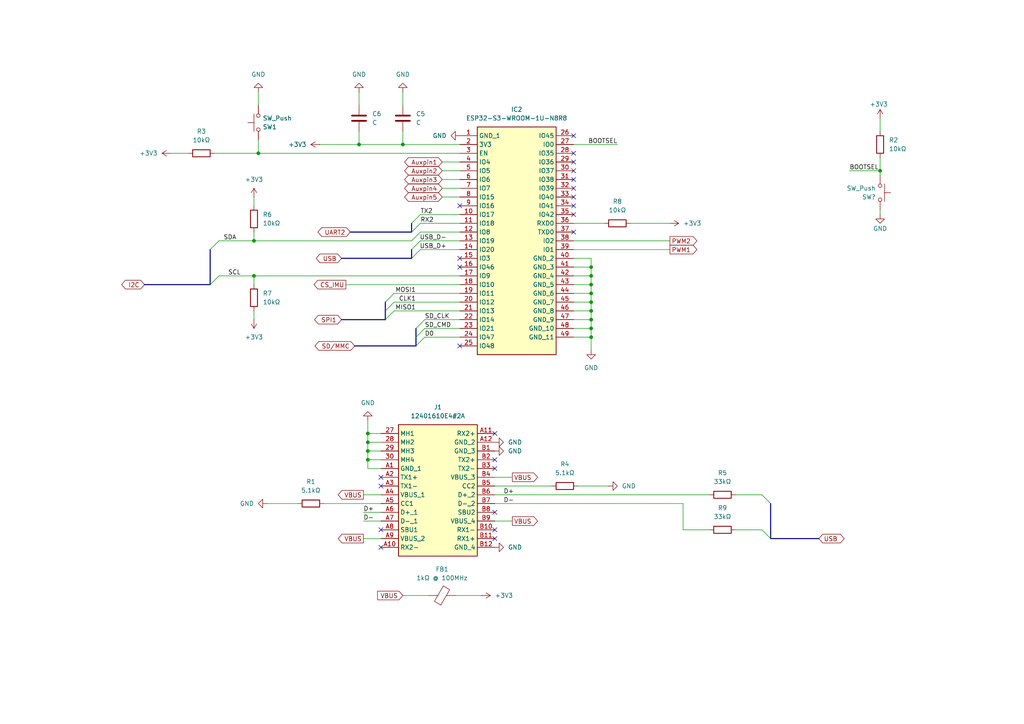
<source format=kicad_sch>
(kicad_sch (version 20250114) (generator "eeschema") (generator_version "9.0")
  (paper "A4")
  (lib_symbols
    (symbol "12401610E4#2A:12401610E4#2A"
      (property "Reference" "J" (at 29.21 7.62 0))
      (property "Value" "12401610E4#2A" (at 29.21 5.08 0))
      (symbol "12401610E4#2A_1_1"
        (rectangle (start 5.08 2.54) (end 27.94 -35.56) (stroke (width 0.254)) (fill (type background)))
        (pin passive line (at 0 0 0) (length 5.08) (name "MH1") (number "27"))
        (pin passive line (at 0 -2.54 0) (length 5.08) (name "MH2") (number "28"))
        (pin passive line (at 0 -5.08 0) (length 5.08) (name "MH3") (number "29"))
        (pin passive line (at 0 -7.62 0) (length 5.08) (name "MH4") (number "30"))
        (pin passive line (at 0 -10.16 0) (length 5.08) (name "GND_1") (number "A1"))
        (pin passive line (at 0 -12.7 0) (length 5.08) (name "TX1+") (number "A2"))
        (pin passive line (at 0 -15.24 0) (length 5.08) (name "TX1-") (number "A3"))
        (pin passive line (at 0 -17.78 0) (length 5.08) (name "VBUS_1") (number "A4"))
        (pin passive line (at 0 -20.32 0) (length 5.08) (name "CC1") (number "A5"))
        (pin passive line (at 0 -22.86 0) (length 5.08) (name "D+_1") (number "A6"))
        (pin passive line (at 0 -25.4 0) (length 5.08) (name "D-_1") (number "A7"))
        (pin passive line (at 0 -27.94 0) (length 5.08) (name "SBU1") (number "A8"))
        (pin passive line (at 0 -30.48 0) (length 5.08) (name "VBUS_2") (number "A9"))
        (pin passive line (at 0 -33.02 0) (length 5.08) (name "RX2-") (number "A10"))
        (pin passive line (at 33.02 0 180) (length 5.08) (name "RX2+") (number "A11"))
        (pin passive line (at 33.02 -2.54 180) (length 5.08) (name "GND_2") (number "A12"))
        (pin passive line (at 33.02 -5.08 180) (length 5.08) (name "GND_3") (number "B1"))
        (pin passive line (at 33.02 -7.62 180) (length 5.08) (name "TX2+") (number "B2"))
        (pin passive line (at 33.02 -10.16 180) (length 5.08) (name "TX2-") (number "B3"))
        (pin passive line (at 33.02 -12.7 180) (length 5.08) (name "VBUS_3") (number "B4"))
        (pin passive line (at 33.02 -15.24 180) (length 5.08) (name "CC2") (number "B5"))
        (pin passive line (at 33.02 -17.78 180) (length 5.08) (name "D+_2") (number "B6"))
        (pin passive line (at 33.02 -20.32 180) (length 5.08) (name "D-_2") (number "B7"))
        (pin passive line (at 33.02 -22.86 180) (length 5.08) (name "SBU2") (number "B8"))
        (pin passive line (at 33.02 -25.4 180) (length 5.08) (name "VBUS_4") (number "B9"))
        (pin passive line (at 33.02 -27.94 180) (length 5.08) (name "RX1-") (number "B10"))
        (pin passive line (at 33.02 -30.48 180) (length 5.08) (name "RX1+") (number "B11"))
        (pin passive line (at 33.02 -33.02 180) (length 5.08) (name "GND_4") (number "B12"))
      )
    )
    (symbol "Device:C" (pin_numbers (hide yes)) (pin_names (offset 0.254))
      (property "Reference" "C" (at 0.635 2.54 0))
      (property "Value" "C" (at 0.635 -2.54 0))
      (symbol "C_0_1"
        (polyline (pts (xy -2.032 0.762) (xy 2.032 0.762)) (stroke (width 0.508)))
        (polyline (pts (xy -2.032 -0.762) (xy 2.032 -0.762)) (stroke (width 0.508)))
      )
      (symbol "C_1_1"
        (pin passive line (at 0 3.81 270) (length 2.794) (name "~") (number "1"))
        (pin passive line (at 0 -3.81 90) (length 2.794) (name "~") (number "2"))
      )
    )
    (symbol "Device:FerriteBead" (pin_numbers (hide yes)) (pin_names (offset 0))
      (property "Reference" "FB" (at -3.81 0.635 90))
      (property "Value" "FerriteBead" (at 3.81 0 90))
      (symbol "FerriteBead_0_1"
        (polyline (pts (xy -2.7686 0.4064) (xy -1.7018 2.2606) (xy 2.7686 -0.3048) (xy 1.6764 -2.159) (xy -2.7686 0.4064)))
        (polyline (pts (xy 0 1.27) (xy 0 1.2954)))
        (polyline (pts (xy 0 -1.27) (xy 0 -1.2192)))
      )
      (symbol "FerriteBead_1_1"
        (pin passive line (at 0 3.81 270) (length 2.54) (name "~") (number "1"))
        (pin passive line (at 0 -3.81 90) (length 2.54) (name "~") (number "2"))
      )
    )
    (symbol "Device:R" (pin_numbers (hide yes)) (pin_names (offset 0))
      (property "Reference" "R" (at 2.032 0 90))
      (property "Value" "R" (at 0 0 90))
      (symbol "R_0_1"
        (rectangle (start -1.016 -2.54) (end 1.016 2.54) (stroke (width 0.254)))
      )
      (symbol "R_1_1"
        (pin passive line (at 0 3.81 270) (length 1.27) (name "~") (number "1"))
        (pin passive line (at 0 -3.81 90) (length 1.27) (name "~") (number "2"))
      )
    )
    (symbol "ESP32-S3-WROOM-1U-N8R8:ESP32-S3-WROOM-1U-N8R8"
      (property "Reference" "IC" (at 29.21 7.62 0))
      (property "Value" "ESP32-S3-WROOM-1U-N8R8" (at 29.21 5.08 0))
      (symbol "ESP32-S3-WROOM-1U-N8R8_1_1"
        (rectangle (start 5.08 2.54) (end 27.94 -63.5) (stroke (width 0.254)) (fill (type background)))
        (pin passive line (at 0 0 0) (length 5.08) (name "GND_1") (number "1"))
        (pin passive line (at 0 -2.54 0) (length 5.08) (name "3V3") (number "2"))
        (pin passive line (at 0 -5.08 0) (length 5.08) (name "EN") (number "3"))
        (pin passive line (at 0 -7.62 0) (length 5.08) (name "IO4") (number "4"))
        (pin passive line (at 0 -10.16 0) (length 5.08) (name "IO5") (number "5"))
        (pin passive line (at 0 -12.7 0) (length 5.08) (name "IO6") (number "6"))
        (pin passive line (at 0 -15.24 0) (length 5.08) (name "IO7") (number "7"))
        (pin passive line (at 0 -17.78 0) (length 5.08) (name "IO15") (number "8"))
        (pin passive line (at 0 -20.32 0) (length 5.08) (name "IO16") (number "9"))
        (pin passive line (at 0 -22.86 0) (length 5.08) (name "IO17") (number "10"))
        (pin passive line (at 0 -25.4 0) (length 5.08) (name "IO18") (number "11"))
        (pin passive line (at 0 -27.94 0) (length 5.08) (name "IO8") (number "12"))
        (pin passive line (at 0 -30.48 0) (length 5.08) (name "IO19") (number "13"))
        (pin passive line (at 0 -33.02 0) (length 5.08) (name "IO20") (number "14"))
        (pin passive line (at 0 -35.56 0) (length 5.08) (name "IO3") (number "15"))
        (pin passive line (at 0 -38.1 0) (length 5.08) (name "IO46") (number "16"))
        (pin passive line (at 0 -40.64 0) (length 5.08) (name "IO9") (number "17"))
        (pin passive line (at 0 -43.18 0) (length 5.08) (name "IO10") (number "18"))
        (pin passive line (at 0 -45.72 0) (length 5.08) (name "IO11") (number "19"))
        (pin passive line (at 0 -48.26 0) (length 5.08) (name "IO12") (number "20"))
        (pin passive line (at 0 -50.8 0) (length 5.08) (name "IO13") (number "21"))
        (pin passive line (at 0 -53.34 0) (length 5.08) (name "IO14") (number "22"))
        (pin passive line (at 0 -55.88 0) (length 5.08) (name "IO21") (number "23"))
        (pin passive line (at 0 -58.42 0) (length 5.08) (name "IO47") (number "24"))
        (pin passive line (at 0 -60.96 0) (length 5.08) (name "IO48") (number "25"))
        (pin passive line (at 33.02 0 180) (length 5.08) (name "IO45") (number "26"))
        (pin passive line (at 33.02 -2.54 180) (length 5.08) (name "IO0") (number "27"))
        (pin passive line (at 33.02 -5.08 180) (length 5.08) (name "IO35") (number "28"))
        (pin passive line (at 33.02 -7.62 180) (length 5.08) (name "IO36") (number "29"))
        (pin passive line (at 33.02 -10.16 180) (length 5.08) (name "IO37") (number "30"))
        (pin passive line (at 33.02 -12.7 180) (length 5.08) (name "IO38") (number "31"))
        (pin passive line (at 33.02 -15.24 180) (length 5.08) (name "IO39") (number "32"))
        (pin passive line (at 33.02 -17.78 180) (length 5.08) (name "IO40") (number "33"))
        (pin passive line (at 33.02 -20.32 180) (length 5.08) (name "IO41") (number "34"))
        (pin passive line (at 33.02 -22.86 180) (length 5.08) (name "IO42") (number "35"))
        (pin passive line (at 33.02 -25.4 180) (length 5.08) (name "RXD0") (number "36"))
        (pin passive line (at 33.02 -27.94 180) (length 5.08) (name "TXD0") (number "37"))
        (pin passive line (at 33.02 -30.48 180) (length 5.08) (name "IO2") (number "38"))
        (pin passive line (at 33.02 -33.02 180) (length 5.08) (name "IO1") (number "39"))
        (pin passive line (at 33.02 -35.56 180) (length 5.08) (name "GND_2") (number "40"))
        (pin passive line (at 33.02 -38.1 180) (length 5.08) (name "GND_3") (number "41"))
        (pin passive line (at 33.02 -40.64 180) (length 5.08) (name "GND_4") (number "42"))
        (pin passive line (at 33.02 -43.18 180) (length 5.08) (name "GND_5") (number "43"))
        (pin passive line (at 33.02 -45.72 180) (length 5.08) (name "GND_6") (number "44"))
        (pin passive line (at 33.02 -48.26 180) (length 5.08) (name "GND_7") (number "45"))
        (pin passive line (at 33.02 -50.8 180) (length 5.08) (name "GND_8") (number "46"))
        (pin passive line (at 33.02 -53.34 180) (length 5.08) (name "GND_9") (number "47"))
        (pin passive line (at 33.02 -55.88 180) (length 5.08) (name "GND_10") (number "48"))
        (pin passive line (at 33.02 -58.42 180) (length 5.08) (name "GND_11") (number "49"))
      )
    )
    (symbol "Switch:SW_Push" (pin_numbers (hide yes)) (pin_names (offset 1.016) (hide yes))
      (property "Reference" "SW" (at 1.27 2.54 0))
      (property "Value" "SW_Push" (at 0 -1.524 0))
      (symbol "SW_Push_0_1"
        (circle (center -2.032 0) (radius 0.508))
        (polyline (pts (xy 0 1.27) (xy 0 3.048)))
        (circle (center 2.032 0) (radius 0.508))
        (polyline (pts (xy 2.54 1.27) (xy -2.54 1.27)))
        (pin passive line (at -5.08 0 0) (length 2.54) (name "1") (number "1"))
        (pin passive line (at 5.08 0 180) (length 2.54) (name "2") (number "2"))
      )
    )
    (symbol "power:+3V3" (power) (pin_numbers (hide yes)) (pin_names (offset 0) (hide yes))
      (property "Value" "+3V3" (at 0 3.556 0))
      (symbol "+3V3_0_1"
        (polyline (pts (xy -0.762 1.27) (xy 0 2.54)))
        (polyline (pts (xy 0 2.54) (xy 0.762 1.27)))
        (polyline (pts (xy 0 0) (xy 0 2.54)))
      )
      (symbol "+3V3_1_1"
        (pin power_in line (at 0 0 90) (length 0) (name "~") (number "1"))
      )
    )
    (symbol "power:GND" (power) (pin_numbers (hide yes)) (pin_names (offset 0) (hide yes))
      (property "Value" "GND" (at 0 -3.81 0))
      (symbol "GND_0_1"
        (polyline (pts (xy 0 0) (xy 0 -1.27) (xy 1.27 -1.27) (xy 0 -2.54) (xy -1.27 -1.27) (xy 0 -1.27)))
      )
      (symbol "GND_1_1"
        (pin power_in line (at 0 0 270) (length 0) (name "~") (number "1"))
      )
    )
  )
  (junction (at 106.68 128.27))
  (junction (at 171.45 95.25))
  (junction (at 106.68 130.81))
  (junction (at 73.66 80.01))
  (junction (at 171.45 85.09))
  (junction (at 171.45 82.55))
  (junction (at 171.45 80.01))
  (junction (at 255.27 49.53))
  (junction (at 104.14 41.91))
  (junction (at 106.68 125.73))
  (junction (at 106.68 133.35))
  (junction (at 73.66 69.85))
  (junction (at 171.45 90.17))
  (junction (at 74.93 44.45))
  (junction (at 116.84 41.91))
  (junction (at 171.45 92.71))
  (junction (at 171.45 97.79))
  (junction (at 171.45 77.47))
  (junction (at 171.45 87.63))
  (no_connect (at 166.37 39.37))
  (no_connect (at 110.49 158.75))
  (no_connect (at 133.35 100.33))
  (no_connect (at 166.37 49.53))
  (no_connect (at 143.51 135.89))
  (no_connect (at 143.51 125.73))
  (no_connect (at 133.35 59.69))
  (no_connect (at 133.35 77.47))
  (no_connect (at 166.37 59.69))
  (no_connect (at 110.49 140.97))
  (no_connect (at 166.37 46.99))
  (no_connect (at 166.37 44.45))
  (no_connect (at 166.37 54.61))
  (no_connect (at 143.51 156.21))
  (no_connect (at 166.37 62.23))
  (no_connect (at 133.35 74.93))
  (no_connect (at 143.51 133.35))
  (no_connect (at 166.37 67.31))
  (no_connect (at 166.37 57.15))
  (no_connect (at 110.49 138.43))
  (no_connect (at 143.51 148.59))
  (no_connect (at 166.37 52.07))
  (no_connect (at 110.49 153.67))
  (no_connect (at 143.51 153.67))
  (bus_entry (at 63.5 69.85) (size -2.54 2.54))
  (bus_entry (at 220.98 143.51) (size 2.54 2.54))
  (bus_entry (at 119.38 67.31) (size 2.54 -2.54))
  (bus_entry (at 114.3 85.09) (size -2.54 2.54))
  (bus_entry (at 119.38 64.77) (size 2.54 -2.54))
  (bus_entry (at 119.38 72.39) (size 2.54 -2.54))
  (bus_entry (at 63.5 80.01) (size -2.54 2.54))
  (bus_entry (at 220.98 153.67) (size 2.54 2.54))
  (bus_entry (at 114.3 90.17) (size -2.54 2.54))
  (bus_entry (at 114.3 87.63) (size -2.54 2.54))
  (bus_entry (at 123.19 95.25) (size -2.54 2.54))
  (bus_entry (at 123.19 97.79) (size -2.54 2.54))
  (bus_entry (at 123.19 92.71) (size -2.54 2.54))
  (bus_entry (at 119.38 74.93) (size 2.54 -2.54))
  (wire (pts (xy 106.68 130.81) (xy 110.49 130.81)))
  (bus (pts (xy 60.96 72.39) (xy 60.96 82.55)))
  (wire (pts (xy 128.27 46.99) (xy 133.35 46.99)))
  (wire (pts (xy 166.37 74.93) (xy 171.45 74.93)))
  (wire (pts (xy 167.64 140.97) (xy 176.53 140.97)))
  (bus (pts (xy 119.38 64.77) (xy 119.38 67.31)))
  (wire (pts (xy 123.19 92.71) (xy 133.35 92.71)))
  (wire (pts (xy 255.27 34.29) (xy 255.27 38.1)))
  (wire (pts (xy 198.12 153.67) (xy 205.74 153.67)))
  (wire (pts (xy 166.37 64.77) (xy 175.26 64.77)))
  (bus (pts (xy 41.91 82.55) (xy 60.96 82.55)))
  (wire (pts (xy 171.45 80.01) (xy 171.45 82.55)))
  (wire (pts (xy 171.45 90.17) (xy 171.45 92.71)))
  (wire (pts (xy 255.27 45.72) (xy 255.27 49.53)))
  (wire (pts (xy 182.88 64.77) (xy 194.31 64.77)))
  (wire (pts (xy 166.37 85.09) (xy 171.45 85.09)))
  (wire (pts (xy 106.68 133.35) (xy 106.68 135.89)))
  (bus (pts (xy 111.76 87.63) (xy 111.76 90.17)))
  (wire (pts (xy 143.51 143.51) (xy 205.74 143.51)))
  (wire (pts (xy 213.36 143.51) (xy 220.98 143.51)))
  (bus (pts (xy 111.76 92.71) (xy 99.06 92.71)))
  (wire (pts (xy 110.49 146.05) (xy 93.98 146.05)))
  (wire (pts (xy 110.49 151.13) (xy 105.41 151.13)))
  (wire (pts (xy 116.84 172.72) (xy 124.46 172.72)))
  (wire (pts (xy 106.68 133.35) (xy 110.49 133.35)))
  (wire (pts (xy 166.37 82.55) (xy 171.45 82.55)))
  (wire (pts (xy 110.49 143.51) (xy 105.41 143.51)))
  (wire (pts (xy 143.51 140.97) (xy 160.02 140.97)))
  (wire (pts (xy 255.27 62.23) (xy 255.27 60.96)))
  (wire (pts (xy 92.71 41.91) (xy 104.14 41.91)))
  (wire (pts (xy 114.3 85.09) (xy 133.35 85.09)))
  (wire (pts (xy 128.27 49.53) (xy 133.35 49.53)))
  (wire (pts (xy 143.51 146.05) (xy 198.12 146.05)))
  (bus (pts (xy 99.06 74.93) (xy 119.38 74.93)))
  (wire (pts (xy 171.45 87.63) (xy 171.45 90.17)))
  (bus (pts (xy 119.38 72.39) (xy 119.38 74.93)))
  (wire (pts (xy 166.37 77.47) (xy 171.45 77.47)))
  (wire (pts (xy 106.68 130.81) (xy 106.68 133.35)))
  (wire (pts (xy 143.51 138.43) (xy 148.59 138.43)))
  (wire (pts (xy 123.19 95.25) (xy 133.35 95.25)))
  (wire (pts (xy 213.36 153.67) (xy 220.98 153.67)))
  (wire (pts (xy 63.5 69.85) (xy 73.66 69.85)))
  (wire (pts (xy 166.37 87.63) (xy 171.45 87.63)))
  (wire (pts (xy 121.92 67.31) (xy 133.35 67.31)))
  (wire (pts (xy 255.27 49.53) (xy 255.27 50.8)))
  (wire (pts (xy 105.41 148.59) (xy 110.49 148.59)))
  (wire (pts (xy 116.84 26.67) (xy 116.84 30.48)))
  (wire (pts (xy 73.66 57.15) (xy 73.66 59.69)))
  (wire (pts (xy 73.66 67.31) (xy 73.66 69.85)))
  (wire (pts (xy 74.93 44.45) (xy 133.35 44.45)))
  (wire (pts (xy 194.31 69.85) (xy 166.37 69.85)))
  (wire (pts (xy 104.14 38.1) (xy 104.14 41.91)))
  (wire (pts (xy 73.66 90.17) (xy 73.66 92.71)))
  (wire (pts (xy 166.37 97.79) (xy 171.45 97.79)))
  (wire (pts (xy 171.45 97.79) (xy 171.45 101.6)))
  (wire (pts (xy 166.37 90.17) (xy 171.45 90.17)))
  (wire (pts (xy 166.37 95.25) (xy 171.45 95.25)))
  (wire (pts (xy 128.27 57.15) (xy 133.35 57.15)))
  (wire (pts (xy 104.14 26.67) (xy 104.14 30.48)))
  (wire (pts (xy 73.66 69.85) (xy 119.38 69.85)))
  (bus (pts (xy 102.87 100.33) (xy 120.65 100.33)))
  (wire (pts (xy 116.84 41.91) (xy 133.35 41.91)))
  (wire (pts (xy 106.68 121.92) (xy 106.68 125.73)))
  (wire (pts (xy 114.3 87.63) (xy 133.35 87.63)))
  (wire (pts (xy 171.45 92.71) (xy 171.45 95.25)))
  (bus (pts (xy 120.65 97.79) (xy 120.65 100.33)))
  (wire (pts (xy 106.68 135.89) (xy 110.49 135.89)))
  (wire (pts (xy 106.68 128.27) (xy 110.49 128.27)))
  (wire (pts (xy 123.19 97.79) (xy 133.35 97.79)))
  (wire (pts (xy 143.51 151.13) (xy 148.59 151.13)))
  (wire (pts (xy 73.66 80.01) (xy 133.35 80.01)))
  (wire (pts (xy 49.53 44.45) (xy 54.61 44.45)))
  (wire (pts (xy 171.45 74.93) (xy 171.45 77.47)))
  (wire (pts (xy 110.49 156.21) (xy 105.41 156.21)))
  (wire (pts (xy 166.37 72.39) (xy 194.31 72.39)))
  (wire (pts (xy 133.35 72.39) (xy 121.92 72.39)))
  (wire (pts (xy 198.12 146.05) (xy 198.12 153.67)))
  (wire (pts (xy 132.08 172.72) (xy 139.7 172.72)))
  (wire (pts (xy 73.66 80.01) (xy 73.66 82.55)))
  (wire (pts (xy 106.68 125.73) (xy 110.49 125.73)))
  (wire (pts (xy 128.27 52.07) (xy 133.35 52.07)))
  (wire (pts (xy 121.92 62.23) (xy 133.35 62.23)))
  (bus (pts (xy 101.6 67.31) (xy 119.38 67.31)))
  (wire (pts (xy 121.92 67.31) (xy 119.38 69.85)))
  (wire (pts (xy 121.92 64.77) (xy 133.35 64.77)))
  (wire (pts (xy 246.38 49.53) (xy 255.27 49.53)))
  (wire (pts (xy 171.45 95.25) (xy 171.45 97.79)))
  (wire (pts (xy 106.68 125.73) (xy 106.68 128.27)))
  (wire (pts (xy 74.93 44.45) (xy 74.93 40.64)))
  (wire (pts (xy 171.45 85.09) (xy 171.45 87.63)))
  (wire (pts (xy 166.37 80.01) (xy 171.45 80.01)))
  (wire (pts (xy 86.36 146.05) (xy 77.47 146.05)))
  (wire (pts (xy 106.68 128.27) (xy 106.68 130.81)))
  (wire (pts (xy 128.27 54.61) (xy 133.35 54.61)))
  (wire (pts (xy 171.45 82.55) (xy 171.45 85.09)))
  (bus (pts (xy 223.52 156.21) (xy 237.49 156.21)))
  (wire (pts (xy 104.14 41.91) (xy 116.84 41.91)))
  (wire (pts (xy 62.23 44.45) (xy 74.93 44.45)))
  (wire (pts (xy 100.33 82.55) (xy 133.35 82.55)))
  (wire (pts (xy 166.37 41.91) (xy 179.07 41.91)))
  (wire (pts (xy 74.93 26.67) (xy 74.93 30.48)))
  (bus (pts (xy 223.52 146.05) (xy 223.52 156.21)))
  (wire (pts (xy 121.92 69.85) (xy 133.35 69.85)))
  (bus (pts (xy 120.65 95.25) (xy 120.65 97.79)))
  (wire (pts (xy 116.84 38.1) (xy 116.84 41.91)))
  (bus (pts (xy 111.76 90.17) (xy 111.76 92.71)))
  (wire (pts (xy 166.37 92.71) (xy 171.45 92.71)))
  (wire (pts (xy 171.45 77.47) (xy 171.45 80.01)))
  (wire (pts (xy 63.5 80.01) (xy 73.66 80.01)))
  (wire (pts (xy 114.3 90.17) (xy 133.35 90.17)))
  (label "RX2" (at 121.92 64.77 0))
  (label "MISO1" (at 120.65 90.17 180))
  (label "BOOTSEL" (at 246.38 49.53 0))
  (label "SD_CMD" (at 123.19 95.25 0))
  (label "BOOTSEL" (at 179.07 41.91 180))
  (label "MOSI1" (at 120.65 85.09 180))
  (label "SDA" (at 68.58 69.85 180))
  (label "USB_D+" (at 129.54 72.39 180))
  (label "USB_D-" (at 129.54 69.85 180))
  (label "SD_CLK" (at 123.19 92.71 0))
  (label "D-" (at 146.05 146.05 0))
  (label "D0" (at 123.19 97.79 0))
  (label "TX2" (at 121.92 62.23 0))
  (label "CLK1" (at 120.65 87.63 180))
  (label "D-" (at 105.41 151.13 0))
  (label "SCL" (at 69.85 80.01 180))
  (label "D+" (at 105.41 148.59 0))
  (label "D+" (at 146.05 143.51 0))
  (global_label "VBUS" (shape input) (at 116.84 172.72 180) (property "Intersheetrefs" "${INTERSHEET_REFS}" (effects (hide yes))))
  (global_label "VBUS" (shape output) (at 105.41 156.21 180) (property "Intersheetrefs" "${INTERSHEET_REFS}" (effects (hide yes))))
  (global_label "Auxpin1" (shape bidirectional) (at 128.27 46.99 180) (property "Intersheetrefs" "${INTERSHEET_REFS}" (effects (hide yes))))
  (global_label "Auxpin3" (shape bidirectional) (at 128.27 52.07 180) (property "Intersheetrefs" "${INTERSHEET_REFS}" (effects (hide yes))))
  (global_label "CS_IMU" (shape output) (at 100.33 82.55 180) (property "Intersheetrefs" "${INTERSHEET_REFS}" (effects (hide yes))))
  (global_label "SPI1" (shape bidirectional) (at 99.06 92.71 180) (property "Intersheetrefs" "${INTERSHEET_REFS}" (effects (hide yes))))
  (global_label "Auxpin5" (shape bidirectional) (at 128.27 57.15 180) (property "Intersheetrefs" "${INTERSHEET_REFS}" (effects (hide yes))))
  (global_label "Auxpin4" (shape bidirectional) (at 128.27 54.61 180) (property "Intersheetrefs" "${INTERSHEET_REFS}" (effects (hide yes))))
  (global_label "UART2" (shape bidirectional) (at 101.6 67.31 180) (property "Intersheetrefs" "${INTERSHEET_REFS}" (effects (hide yes))))
  (global_label "SD{slash}MMC" (shape bidirectional) (at 102.87 100.33 180) (property "Intersheetrefs" "${INTERSHEET_REFS}" (effects (hide yes))))
  (global_label "VBUS" (shape output) (at 148.59 138.43 0) (property "Intersheetrefs" "${INTERSHEET_REFS}" (effects (hide yes))))
  (global_label "PWM1" (shape output) (at 194.31 72.39 0) (property "Intersheetrefs" "${INTERSHEET_REFS}" (effects (hide yes))))
  (global_label "PWM2" (shape output) (at 194.31 69.85 0) (property "Intersheetrefs" "${INTERSHEET_REFS}" (effects (hide yes))))
  (global_label "USB" (shape bidirectional) (at 99.06 74.93 180) (property "Intersheetrefs" "${INTERSHEET_REFS}" (effects (hide yes))))
  (global_label "USB" (shape bidirectional) (at 237.49 156.21 0) (property "Intersheetrefs" "${INTERSHEET_REFS}" (effects (hide yes))))
  (global_label "VBUS" (shape output) (at 148.59 151.13 0) (property "Intersheetrefs" "${INTERSHEET_REFS}" (effects (hide yes))))
  (global_label "Auxpin2" (shape bidirectional) (at 128.27 49.53 180) (property "Intersheetrefs" "${INTERSHEET_REFS}" (effects (hide yes))))
  (global_label "VBUS" (shape output) (at 105.41 143.51 180) (property "Intersheetrefs" "${INTERSHEET_REFS}" (effects (hide yes))))
  (global_label "I2C" (shape bidirectional) (at 41.91 82.55 180) (property "Intersheetrefs" "${INTERSHEET_REFS}" (effects (hide yes))))
  (symbol (lib_id "Device:R") (at 255.27 41.91 0) (mirror y) (unit 1)
    (property "Reference" "R2" (at 257.81 40.6399 0) (effects (justify right)))
    (property "Value" "10kΩ" (at 257.81 43.1799 0) (effects (justify right)))
    (property "Description" "Resistor" (effects (hide yes)))
  )
  (symbol (lib_id "power:GND") (at 116.84 26.67 180) (unit 1)
    (property "Reference" "#PWR09" (effects (hide yes)))
    (property "Value" "GND" (at 116.84 21.59 0))
    (property "Description" "Power symbol creates a global label with name \"GND\" , ground" (effects (hide yes)))
  )
  (symbol (lib_id "Device:R") (at 73.66 63.5 180) (unit 1)
    (property "Reference" "R6" (at 76.2 62.2299 0) (effects (justify right)))
    (property "Value" "10kΩ" (at 76.2 64.7699 0) (effects (justify right)))
    (property "Description" "Resistor" (effects (hide yes)))
  )
  (symbol (lib_id "Device:C") (at 116.84 34.29 0) (unit 1)
    (property "Reference" "C5" (at 120.65 33.0199 0) (effects (justify left)))
    (property "Value" "C" (at 120.65 35.5599 0) (effects (justify left)))
    (property "Description" "Unpolarized capacitor" (effects (hide yes)))
  )
  (symbol (lib_id "power:GND") (at 143.51 128.27 90) (unit 1)
    (property "Reference" "#PWR03" (effects (hide yes)))
    (property "Value" "GND" (at 147.32 128.2699 90) (effects (justify right)))
    (property "Description" "Power symbol creates a global label with name \"GND\" , ground" (effects (hide yes)))
  )
  (symbol (lib_id "power:+3V3") (at 73.66 57.15 0) (unit 1)
    (property "Reference" "#PWR011" (effects (hide yes)))
    (property "Value" "+3V3" (at 73.66 52.07 0))
    (property "Description" "Power symbol creates a global label with name \"+3V3\"" (effects (hide yes)))
  )
  (symbol (lib_id "Device:C") (at 104.14 34.29 0) (unit 1)
    (property "Reference" "C6" (at 107.95 33.0199 0) (effects (justify left)))
    (property "Value" "C" (at 107.95 35.5599 0) (effects (justify left)))
    (property "Description" "Unpolarized capacitor" (effects (hide yes)))
  )
  (symbol (lib_id "power:GND") (at 143.51 130.81 90) (unit 1)
    (property "Reference" "#PWR04" (effects (hide yes)))
    (property "Value" "GND" (at 147.32 130.8099 90) (effects (justify right)))
    (property "Description" "Power symbol creates a global label with name \"GND\" , ground" (effects (hide yes)))
  )
  (symbol (lib_id "Switch:SW_Push") (at 255.27 55.88 270) (unit 1)
    (property "Reference" "SW?" (at 254 57.1501 90) (effects (justify right)))
    (property "Value" "SW_Push" (at 254 54.6101 90) (effects (justify right)))
    (property "Description" "Push button switch, generic, two pins" (effects (hide yes)))
  )
  (symbol (lib_id "power:GND") (at 171.45 101.6 0) (unit 1)
    (property "Reference" "#PWR025" (effects (hide yes)))
    (property "Value" "GND" (at 171.45 106.68 0))
    (property "Description" "Power symbol creates a global label with name \"GND\" , ground" (effects (hide yes)))
  )
  (symbol (lib_id "power:GND") (at 255.27 62.23 0) (unit 1)
    (property "Reference" "#PWR?" (effects (hide yes)))
    (property "Value" "GND" (at 253.238 66.294 0) (effects (justify left)))
    (property "Description" "Power symbol creates a global label with name \"GND\" , ground" (effects (hide yes)))
  )
  (symbol (lib_id "power:+3V3") (at 194.31 64.77 270) (unit 1)
    (property "Reference" "#PWR026" (effects (hide yes)))
    (property "Value" "+3V3" (at 198.12 64.7699 90) (effects (justify left)))
    (property "Description" "Power symbol creates a global label with name \"+3V3\"" (effects (hide yes)))
  )
  (symbol (lib_id "power:+3V3") (at 73.66 92.71 180) (unit 1)
    (property "Reference" "#PWR012" (effects (hide yes)))
    (property "Value" "+3V3" (at 73.66 97.79 0))
    (property "Description" "Power symbol creates a global label with name \"+3V3\"" (effects (hide yes)))
  )
  (symbol (lib_id "power:GND") (at 104.14 26.67 180) (unit 1)
    (property "Reference" "#PWR010" (effects (hide yes)))
    (property "Value" "GND" (at 104.14 21.59 0))
    (property "Description" "Power symbol creates a global label with name \"GND\" , ground" (effects (hide yes)))
  )
  (symbol (lib_id "Device:FerriteBead") (at 128.27 172.72 90) (unit 1)
    (property "Reference" "FB1" (at 128.2192 165.1 90))
    (property "Value" "1kΩ @ 100MHz" (at 128.2192 167.64 90))
    (property "Description" "Ferrite bead" (effects (hide yes)))
  )
  (symbol (lib_id "power:+3V3") (at 139.7 172.72 270) (unit 1)
    (property "Reference" "#PWR016" (effects (hide yes)))
    (property "Value" "+3V3" (at 143.51 172.7199 90) (effects (justify left)))
    (property "Description" "Power symbol creates a global label with name \"+3V3\"" (effects (hide yes)))
  )
  (symbol (lib_id "Device:R") (at 163.83 140.97 90) (unit 1)
    (property "Reference" "R4" (at 163.83 134.62 90))
    (property "Value" "5.1kΩ" (at 163.83 137.16 90))
    (property "Description" "Resistor" (effects (hide yes)))
  )
  (symbol (lib_id "Device:R") (at 209.55 153.67 90) (unit 1)
    (property "Reference" "R9" (at 209.55 147.32 90))
    (property "Value" "33kΩ" (at 209.55 149.86 90))
    (property "Description" "Resistor" (effects (hide yes)))
  )
  (symbol (lib_id "Device:R") (at 209.55 143.51 90) (unit 1)
    (property "Reference" "R5" (at 209.55 137.16 90))
    (property "Value" "33kΩ" (at 209.55 139.7 90))
    (property "Description" "Resistor" (effects (hide yes)))
  )
  (symbol (lib_id "Device:R") (at 90.17 146.05 270) (mirror x) (unit 1)
    (property "Reference" "R1" (at 90.17 139.7 90))
    (property "Value" "5.1kΩ" (at 90.17 142.24 90))
    (property "Description" "Resistor" (effects (hide yes)))
  )
  (symbol (lib_id "power:GND") (at 106.68 121.92 180) (unit 1)
    (property "Reference" "#PWR05" (effects (hide yes)))
    (property "Value" "GND" (at 106.68 116.84 0))
    (property "Description" "Power symbol creates a global label with name \"GND\" , ground" (effects (hide yes)))
  )
  (symbol (lib_id "ESP32-S3-WROOM-1U-N8R8:ESP32-S3-WROOM-1U-N8R8") (at 133.35 39.37 0) (unit 1)
    (property "Reference" "IC2" (at 149.86 31.75 0))
    (property "Value" "ESP32-S3-WROOM-1U-N8R8" (at 149.86 34.29 0))
    (property "Footprint" "ESP32S3WROOM1UN8R8" (effects (hide yes)))
    (property "Datasheet" "https://www.espressif.com/sites/default/files/documentation/esp32-s3-wroom-1_wroom-1u_datasheet_en.pdf" (effects (hide yes)))
    (property "Description" "Multiprotocol Modules SMD Module, ESP32-S3R8, 8 MB Octal PSRAM Die, 8 MB Quad SPI Flash, IPEX Antenna Connector" (effects (hide yes)))
    (property "Height" "3.35" (effects (hide yes)))
    (property "Mouser Part Number" "356-ESP32S3WRM1UN8R8" (effects (hide yes)))
    (property "Mouser Price/Stock" "https://www.mouser.co.uk/ProductDetail/Espressif-Systems/ESP32-S3-WROOM-1U-N8R8?qs=Li%252BoUPsLEnvOglIa3CypaQ%3D%3D" (effects (hide yes)))
    (property "Manufacturer_Name" "Espressif Systems" (effects (hide yes)))
    (property "Manufacturer_Part_Number" "ESP32-S3-WROOM-1U-N8R8" (effects (hide yes)))
  )
  (symbol (lib_id "Device:R") (at 73.66 86.36 180) (unit 1)
    (property "Reference" "R7" (at 76.2 85.0899 0) (effects (justify right)))
    (property "Value" "10kΩ" (at 76.2 87.6299 0) (effects (justify right)))
    (property "Description" "Resistor" (effects (hide yes)))
  )
  (symbol (lib_id "power:GND") (at 176.53 140.97 90) (unit 1)
    (property "Reference" "#PWR06" (effects (hide yes)))
    (property "Value" "GND" (at 180.34 140.9699 90) (effects (justify right)))
    (property "Description" "Power symbol creates a global label with name \"GND\" , ground" (effects (hide yes)))
  )
  (symbol (lib_id "power:GND") (at 77.47 146.05 270) (mirror x) (unit 1)
    (property "Reference" "#PWR07" (effects (hide yes)))
    (property "Value" "GND" (at 73.66 146.0499 90) (effects (justify right)))
    (property "Description" "Power symbol creates a global label with name \"GND\" , ground" (effects (hide yes)))
  )
  (symbol (lib_id "power:GND") (at 74.93 26.67 0) (mirror x) (unit 1)
    (property "Reference" "#PWR014" (effects (hide yes)))
    (property "Value" "GND" (at 74.93 21.59 0))
    (property "Description" "Power symbol creates a global label with name \"GND\" , ground" (effects (hide yes)))
  )
  (symbol (lib_id "power:+3V3") (at 255.27 34.29 0) (mirror y) (unit 1)
    (property "Reference" "#PWR013" (effects (hide yes)))
    (property "Value" "+3V3" (at 252.222 30.226 0) (effects (justify right)))
    (property "Description" "Power symbol creates a global label with name \"+3V3\"" (effects (hide yes)))
  )
  (symbol (lib_id "12401610E4#2A:12401610E4#2A") (at 110.49 125.73 0) (unit 1)
    (property "Reference" "J1" (at 127 118.11 0))
    (property "Value" "12401610E4#2A" (at 127 120.65 0))
    (property "Footprint" "12401610E42A" (effects (hide yes)))
    (property "Datasheet" "https://cdn.amphenol-cs.com/media/wysiwyg/files/drawing/c12401610_c.pdf" (effects (hide yes)))
    (property "Description" "USB3.2 GEN2, Type C, Top mount, CH 1.58mm, Dual Row SMT" (effects (hide yes)))
    (property "Height" "3.43" (effects (hide yes)))
    (property "Manufacturer_Name" "Amphenol Communications Solutions" (effects (hide yes)))
    (property "Manufacturer_Part_Number" "12401610E4#2A" (effects (hide yes)))
  )
  (symbol (lib_id "power:+3V3") (at 49.53 44.45 90) (unit 1)
    (property "Reference" "#PWR015" (effects (hide yes)))
    (property "Value" "+3V3" (at 45.72 44.4499 90) (effects (justify left)))
    (property "Description" "Power symbol creates a global label with name \"+3V3\"" (effects (hide yes)))
  )
  (symbol (lib_id "Device:R") (at 58.42 44.45 90) (unit 1)
    (property "Reference" "R3" (at 58.42 38.1 90))
    (property "Value" "10kΩ" (at 58.42 40.64 90))
    (property "Description" "Resistor" (effects (hide yes)))
  )
  (symbol (lib_id "Switch:SW_Push") (at 74.93 35.56 90) (mirror x) (unit 1)
    (property "Reference" "SW1" (at 76.2 36.8301 90) (effects (justify right)))
    (property "Value" "SW_Push" (at 76.2 34.2901 90) (effects (justify right)))
    (property "Description" "Push button switch, generic, two pins" (effects (hide yes)))
  )
  (symbol (lib_id "Device:R") (at 179.07 64.77 90) (unit 1)
    (property "Reference" "R8" (at 179.07 58.42 90))
    (property "Value" "10kΩ" (at 179.07 60.96 90))
    (property "Description" "Resistor" (effects (hide yes)))
  )
  (symbol (lib_id "power:GND") (at 133.35 39.37 270) (unit 1)
    (property "Reference" "#PWR01" (effects (hide yes)))
    (property "Value" "GND" (at 129.54 39.3699 90) (effects (justify right)))
    (property "Description" "Power symbol creates a global label with name \"GND\" , ground" (effects (hide yes)))
  )
  (symbol (lib_id "power:GND") (at 143.51 158.75 90) (unit 1)
    (property "Reference" "#PWR02" (effects (hide yes)))
    (property "Value" "GND" (at 147.32 158.7499 90) (effects (justify right)))
    (property "Description" "Power symbol creates a global label with name \"GND\" , ground" (effects (hide yes)))
  )
  (symbol (lib_id "power:+3V3") (at 92.71 41.91 90) (unit 1)
    (property "Reference" "#PWR08" (effects (hide yes)))
    (property "Value" "+3V3" (at 88.9 41.9099 90) (effects (justify left)))
    (property "Description" "Power symbol creates a global label with name \"+3V3\"" (effects (hide yes)))
  )
)
</source>
